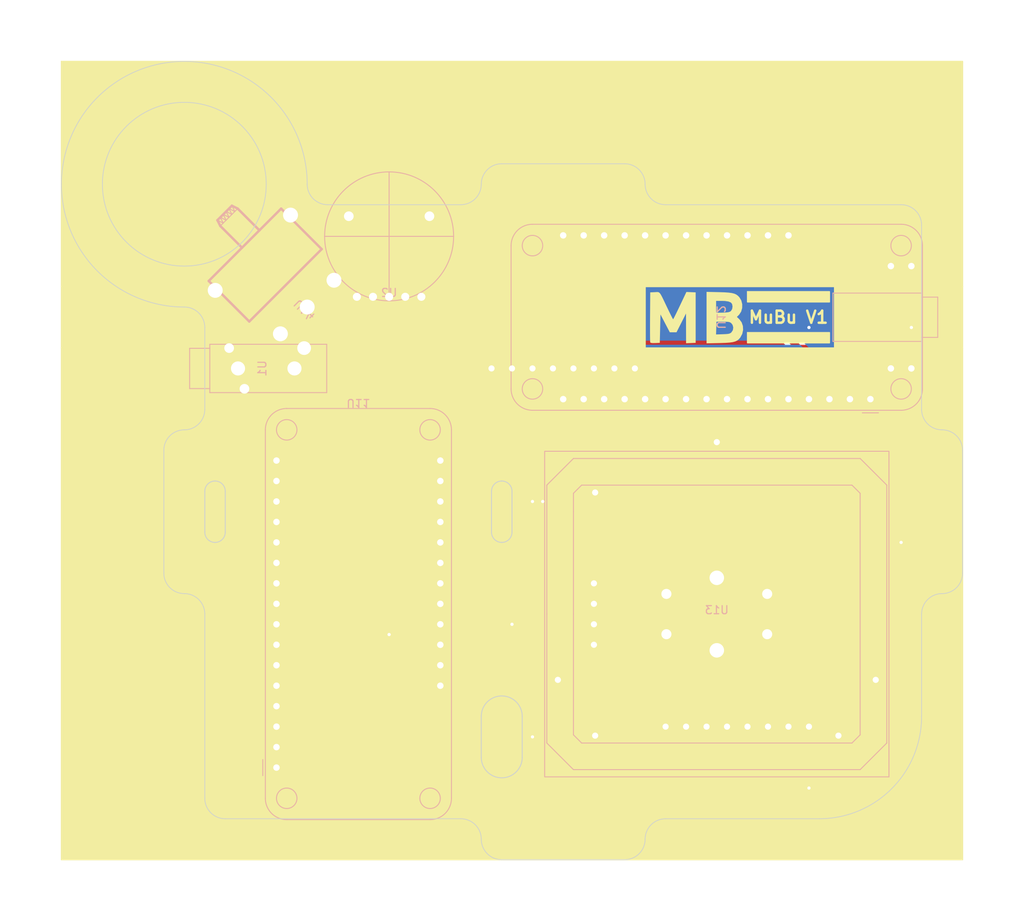
<source format=kicad_pcb>
(kicad_pcb (version 20211014) (generator pcbnew)
  (layers (0 "F.Cu" signal) (31 "B.Cu" signal) (34 "B.Paste" user) (35 "F.Paste" user) (36 "B.SilkS" user "B.Silkscreen") (37 "F.SilkS" user "F.Silkscreen") (38 "B.Mask" user) (39 "F.Mask" user) (44 "Edge.Cuts" user))
  (net 0 "")
  (net 4 "GND")
  (net 5 "3V3")
  (net 25 "SCK")
  (net 26 "MOSI")
  (net 27 "MISO")
  (net 28 "D5")
  (net 29 "D6")
  (net 30 "D9")
  (net 31 "D10")
  (net 32 "EN")
  (net 33 "A5")
  (net 34 "Net-(U11-Pad14)")
  (net 35 "Net-(U11-Pad15)")
  (net 40 "SCL")
  (net 41 "SDA")
  (net 42 "Net-(U12-Pad32)")
  (net 43 "Net-(U12-Pad29)")
  (net 44 "Net-(U5-Pad2)")
  (net 46 "/AGND")
  (net 47 "Net-(U12-Pad31)")
  (net 48 "Net-(U1-Pad3)")
  (net 49 "Net-(U1-Pad2)")
  (net 50 "Net-(U2-Pad3)")
  (net 51 "/LED_DATA")
  (footprint "MuBu_V3:Jumper" (layer "F.Cu") (at 41.91 -30.48 180)
    (fp_text reference "U5" (at 0 -0.5 180 unlocked) (layer "F.SilkS"))
    (fp_text value "Jumper")
    (pad "1" smd roundrect (at -1.27 0 180) (size 1.905 2.54) (layers "F.Cu" "F.Paste" "F.Mask") (roundrect_rratio 0.5) (chamfer_ratio 0) (chamfer top_right bottom_right) (net 43 "Net-(U12-Pad29)"))
    (pad "2" smd roundrect (at 1.27 0) (size 1.905 2.54) (layers "F.Cu" "F.Paste" "F.Mask") (roundrect_rratio 0.5) (chamfer_ratio 0) (chamfer top_right bottom_right) (net 44 "Net-(U5-Pad2)"))
    (zone (net 0) (net_name "") (layers "F.Cu" "F.CrtYd") (name "keep_out") (connect_pads (clearance 0)) (min_thickness 0.254)
      (keepout (tracks allowed) (vias not_allowed) (pads not_allowed) (copperpour not_allowed) (footprints not_allowed))
      (fill (thermal_gap 0.508) (thermal_bridge_width 0.508))
      (polygon (pts (xy 39.37 -32.385) (xy 44.45 -32.385) (xy 44.45 -28.575) (xy 39.37 -28.575)))
    )
  )
  (footprint "MuBu_V3:KabelBinderSlot" (layer "F.Cu") (at -35.56 0 90)
    (fp_text reference "REF**" (at 0 -0.5 90 unlocked) (layer "F.SilkS"))
    (fp_text value "KabelBinderSlot")
    (fp_line (start -2.54 0) (end 2.54 0) (layer "Edge.Cuts") (width 0.12))
    (fp_line (start -2.54 -2.54) (end 2.54 -2.54) (layer "Edge.Cuts") (width 0.12))
    (fp_arc (start 3.81 -1.27) (mid 3.438026 -0.371974) (end 2.54 0) (layer "Edge.Cuts") (width 0.12))
    (fp_arc (start -3.81 -1.27) (mid -3.438026 -2.168026) (end -2.54 -2.54) (layer "Edge.Cuts") (width 0.12))
    (fp_arc (start 2.54 -2.54) (mid 3.438026 -2.168026) (end 3.81 -1.27) (layer "Edge.Cuts") (width 0.12))
    (fp_arc (start -2.54 0) (mid -3.438026 -0.371974) (end -3.81 -1.27) (layer "Edge.Cuts") (width 0.12))
  )
  (footprint "MuBu_V3:Jumper" (layer "F.Cu") (at 41.91 -20.32 180)
    (fp_text reference "U6" (at 0 -0.5 180 unlocked) (layer "F.SilkS"))
    (fp_text value "Jumper")
    (pad "1" smd roundrect (at -1.27 0 180) (size 1.905 2.54) (layers "F.Cu" "F.Paste" "F.Mask") (roundrect_rratio 0.5) (chamfer_ratio 0) (chamfer top_right bottom_right) (net 47 "Net-(U12-Pad31)"))
    (pad "2" smd roundrect (at 1.27 0) (size 1.905 2.54) (layers "F.Cu" "F.Paste" "F.Mask") (roundrect_rratio 0.5) (chamfer_ratio 0) (chamfer top_right bottom_right) (net 46 "/AGND"))
    (zone (net 0) (net_name "") (layers "F.Cu" "F.CrtYd") (name "keep_out") (connect_pads (clearance 0)) (min_thickness 0.254)
      (keepout (tracks allowed) (vias not_allowed) (pads not_allowed) (copperpour not_allowed) (footprints not_allowed))
      (fill (thermal_gap 0.508) (thermal_bridge_width 0.508))
      (polygon (pts (xy 39.37 -22.225) (xy 44.45 -22.225) (xy 44.45 -18.415) (xy 39.37 -18.415)))
    )
  )
  (footprint "MuBu_V3:MPU6050" (layer "F.Cu") (at 6.35 -17.78)
    (fp_text reference "U3" (at 0 -0.5 unlocked) (layer "F.SilkS"))
    (fp_text value "MPU6050")
    (fp_line (start -10.16 1.27) (end -10.16 -13.97) (layer "F.SilkS") (width 0.12))
    (fp_line (start -10.16 -13.97) (end 10.16 -13.97) (layer "F.SilkS") (width 0.12))
    (fp_line (start 10.16 -13.97) (end 10.16 1.27) (layer "F.SilkS") (width 0.12))
    (fp_line (start 10.16 1.27) (end -10.16 1.27) (layer "F.SilkS") (width 0.12))
    (fp_circle (center 7.62 -11.43) (end 9.12 -11.43) (layer "F.SilkS") (width 0.12) (fill none))
    (fp_circle (center -7.62 -11.43) (end -6.12 -11.43) (layer "F.SilkS") (width 0.12) (fill none))
    (pad "1" thru_hole circle (at -8.89 0) (size 1.524 1.524) (drill 0.762) (layers *.Cu *.Mask) (net 5 "3V3"))
    (pad "2" thru_hole circle (at -6.35 0) (size 1.524 1.524) (drill 0.762) (layers *.Cu *.Mask) (net 4 "GND"))
    (pad "3" thru_hole circle (at -3.81 0) (size 1.524 1.524) (drill 0.762) (layers *.Cu *.Mask) (net 40 "SCL"))
    (pad "4" thru_hole circle (at -1.27 0) (size 1.524 1.524) (drill 0.762) (layers *.Cu *.Mask) (net 41 "SDA"))
    (pad "5" thru_hole circle (at 1.27 0) (size 1.524 1.524) (drill 0.762) (layers *.Cu *.Mask))
    (pad "6" thru_hole circle (at 3.81 0) (size 1.524 1.524) (drill 0.762) (layers *.Cu *.Mask))
    (pad "7" thru_hole circle (at 6.35 0) (size 1.524 1.524) (drill 0.762) (layers *.Cu *.Mask))
    (pad "8" thru_hole circle (at 8.89 0) (size 1.524 1.524) (drill 0.762) (layers *.Cu *.Mask))
  )
  (footprint "MuBu_V3:Jumper" (layer "F.Cu") (at 41.91 -25.4 180)
    (fp_text reference "U4" (at 0 -0.5 180 unlocked) (layer "F.SilkS"))
    (fp_text value "Jumper")
    (pad "1" smd roundrect (at -1.27 0 180) (size 1.905 2.54) (layers "F.Cu" "F.Paste" "F.Mask") (roundrect_rratio 0.5) (chamfer_ratio 0) (chamfer top_right bottom_right) (net 42 "Net-(U12-Pad32)"))
    (pad "2" smd roundrect (at 1.27 0) (size 1.905 2.54) (layers "F.Cu" "F.Paste" "F.Mask") (roundrect_rratio 0.5) (chamfer_ratio 0) (chamfer top_right bottom_right) (net 50 "Net-(U2-Pad3)"))
    (zone (net 0) (net_name "") (layers "F.Cu" "F.CrtYd") (name "keep_out") (connect_pads (clearance 0)) (min_thickness 0.254)
      (keepout (tracks allowed) (vias not_allowed) (pads not_allowed) (copperpour not_allowed) (footprints not_allowed))
      (fill (thermal_gap 0.508) (thermal_bridge_width 0.508))
      (polygon (pts (xy 39.37 -27.305) (xy 44.45 -27.305) (xy 44.45 -23.495) (xy 39.37 -23.495)))
    )
  )
  (footprint "MuBu_V3:BatteryKabelSlot" (layer "F.Cu") (at -1.27 27.94 90)
    (fp_text reference "REF**" (at 0 -0.5 90 unlocked) (layer "F.SilkS"))
    (fp_text value "BatteryKabelSlot")
    (fp_line (start -2.54 -2.54) (end 2.54 -2.54) (layer "F.SilkS") (width 0.12))
    (fp_line (start -2.54 2.54) (end 2.54 2.54) (layer "F.SilkS") (width 0.12))
    (fp_arc (start 2.54 -2.54) (mid 5.08 0) (end 2.54 2.54) (layer "F.SilkS") (width 0.12))
    (fp_arc (start -2.54 2.54) (mid -5.08 0) (end -2.54 -2.54) (layer "F.SilkS") (width 0.12))
    (fp_line (start -2.54 2.54) (end 2.54 2.54) (layer "Edge.Cuts") (width 0.12))
    (fp_line (start -2.54 -2.54) (end 2.54 -2.54) (layer "Edge.Cuts") (width 0.12))
    (fp_arc (start -2.54 2.54) (mid -5.08 0) (end -2.54 -2.54) (layer "Edge.Cuts") (width 0.12))
    (fp_arc (start 2.54 -2.54) (mid 5.08 0) (end 2.54 2.54) (layer "Edge.Cuts") (width 0.12))
  )
  (footprint "MuBu_V3:neopixel_ring_16" (layer "F.Cu") (at 25.4 12.7)
    (fp_text reference "U10" (at 0 -0.5 unlocked) (layer "F.SilkS"))
    (fp_text value "NeoPixel_Ring_16")
    (fp_circle (center 0 0) (end 15.875 0) (layer "F.SilkS") (width 0.12) (fill none))
    (fp_circle (center 0 0) (end 22.225 0) (layer "F.SilkS") (width 0.12) (fill none))
    (pad "1" thru_hole circle (at -15.08683 -15.08683 247.5) (size 1.524 1.524) (drill 0.762) (layers *.Cu *.Mask) (net 51 "/LED_DATA"))
    (pad "2" thru_hole circle (at 0 -21.336) (size 1.524 1.524) (drill 0.762) (layers *.Cu *.Mask))
    (pad "3" thru_hole circle (at 15.08683 15.08683 225) (size 1.524 1.524) (drill 0.762) (layers *.Cu *.Mask) (net 4 "GND"))
    (pad "3" thru_hole circle (at 19.711894 8.164934 247.5) (size 1.524 1.524) (drill 0.762) (layers *.Cu *.Mask) (net 4 "GND"))
    (pad "4" thru_hole circle (at -15.08683 15.08683 135) (size 1.524 1.524) (drill 0.762) (layers *.Cu *.Mask) (net 5 "3V3"))
    (pad "4" thru_hole circle (at -19.711894 8.164934 112.5) (size 1.524 1.524) (drill 0.762) (layers *.Cu *.Mask) (net 5 "3V3"))
  )
  (footprint "LOGO" (layer "F.Cu") (at 22.86 -24.13)
    (fp_text reference "G***" hide)
    (fp_text value "LOGO" hide)
    (fp_poly (pts (xy 2.815167 -3.117133) (xy 3.48398 -3.095832) (xy 4.009035 -3.060676) (xy 4.415748 -3.005184) (xy 4.729532 -2.922876) (xy 4.975803 -2.807271) (xy 5.179976 -2.651889) (xy 5.350418 -2.470692) (xy 5.582584 -2.076616) (xy 5.694681 -1.620213) (xy 5.687831 -1.147103) (xy 5.563159 -0.702902) (xy 5.321788 -0.333228) (xy 5.297143 -0.307914) (xy 5.031503 -0.043476) (xy 5.343289 0.253429) (xy 5.623786 0.630941) (xy 5.777886 1.083846) (xy 5.80375 1.572827) (xy 5.699541 2.058565) (xy 5.463421 2.501743) (xy 5.449275 2.520565) (xy 5.272066 2.724989) (xy 5.074708 2.882929) (xy 4.832757 3.000812) (xy 4.521768 3.085064) (xy 4.117296 3.142111) (xy 3.594898 3.178378) (xy 2.930129 3.200292) (xy 2.8575 3.201886) (xy 1.27 3.235592) (xy 1.27 2.13274) (xy 2.448766 2.13274) (xy 3.292086 2.103537) (xy 3.688449 2.085819) (xy 3.955574 2.059615) (xy 4.133555 2.016069) (xy 4.262486 1.946327) (xy 4.353703 1.869075) (xy 4.533979 1.593961) (xy 4.582667 1.269341) (xy 4.499767 0.952178) (xy 4.353696 0.755765) (xy 4.237483 0.659929) (xy 4.109134 0.599576) (xy 3.927781 0.566618) (xy 3.652559 0.552968) (xy 3.316529 0.550506) (xy 2.497667 0.550334) (xy 2.473217 1.341537) (xy 2.448766 2.13274) (xy 1.27 2.13274) (xy 1.27 -1.326444) (xy 2.455334 -1.326444) (xy 2.459239 -0.999155) (xy 2.469639 -0.743277) (xy 2.484558 -0.600733) (xy 2.490232 -0.585611) (xy 2.584562 -0.572996) (xy 2.808807 -0.568341) (xy 3.123715 -0.572029) (xy 3.315732 -0.577558) (xy 3.707887 -0.596839) (xy 3.970903 -0.627907) (xy 4.144942 -0.679163) (xy 4.270164 -0.75901) (xy 4.296834 -0.782817) (xy 4.442997 -1.022563) (xy 4.491552 -1.337269) (xy 4.43474 -1.647207) (xy 4.282149 -1.832155) (xy 3.986103 -1.956036) (xy 3.540395 -2.020751) (xy 3.179205 -2.032) (xy 2.455334 -2.032) (xy 2.455334 -1.326444) (xy 1.27 -1.326444) (xy 1.27 -3.151233)) (layer "F.SilkS") (width 0) (fill solid))
    (fp_poly (pts (xy -0.655013 -3.114808) (xy -0.079806 -3.090333) (xy -0.079806 3.175) (xy -1.27 3.224752) (xy -1.27887 -0.465666) (xy -1.867694 0.6985) (xy -2.456518 1.862667) (xy -3.289184 1.862667) (xy -4.445 -0.346651) (xy -4.487333 1.414174) (xy -4.529666 3.175) (xy -5.102329 3.200062) (xy -5.444777 3.203219) (xy -5.642984 3.173676) (xy -5.717254 3.114989) (xy -5.726391 3.007455) (xy -5.733629 2.750411) (xy -5.738843 2.363668) (xy -5.741908 1.867039) (xy -5.742699 1.280336) (xy -5.741089 0.623373) (xy -5.737258 -0.04274) (xy -5.715 -3.090333) (xy -5.14792 -3.115267) (xy -4.960081 -3.127038) (xy -4.813456 -3.132245) (xy -4.694198 -3.113838) (xy -4.588461 -3.054763) (xy -4.482397 -2.93797) (xy -4.362159 -2.746406) (xy -4.213901 -2.463021) (xy -4.023776 -2.070762) (xy -3.777937 -1.552577) (xy -3.63538 -1.252645) (xy -3.413903 -0.792125) (xy -3.21604 -0.388692) (xy -3.053501 -0.065576) (xy -2.937998 0.153996) (xy -2.881241 0.246793) (xy -2.878666 0.248345) (xy -2.831797 0.175894) (xy -2.724018 -0.028113) (xy -2.566218 -0.341874) (xy -2.369285 -0.743587) (xy -2.144107 -1.211449) (xy -2.033276 -1.444484) (xy -1.23022 -3.139282)) (layer "F.SilkS") (width 0) (fill solid))
  )
  (footprint "MuBu_V3:B3F-4050" (layer "F.Cu") (at 25.4 12.7 180)
    (fp_text reference "U15" (at -5.08 -10.16 180 unlocked) (layer "F.SilkS"))
    (fp_text value "B3F-4050")
    (fp_line (start 6 -6) (end 6 6) (layer "F.SilkS") (width 0.12))
    (fp_line (start -6 6) (end -6 -6) (layer "F.SilkS") (width 0.12))
    (fp_line (start -6 -6) (end 6 -6) (layer "F.SilkS") (width 0.12))
    (fp_line (start 6 6) (end -6 6) (layer "F.SilkS") (width 0.12))
    (fp_rect (start -2 -2) (end 2 2) (layer "F.SilkS") (width 0.12) (fill none))
    (fp_circle (center 0 0) (end 3.5 0) (layer "F.SilkS") (width 0.12) (fill none))
    (pad "" np_thru_hole circle (at 0 4.5 45) (size 1.8 1.8) (drill 1.8) (layers F&B.Cu *.Mask))
    (pad "" np_thru_hole circle (at 0 -4.5 45) (size 1.8 1.8) (drill 1.8) (layers F&B.Cu *.Mask))
    (pad "1" thru_hole circle (at 6.25 2.5 45) (size 1.8 1.8) (drill 1.25) (layers *.Cu *.Mask) (net 4 "GND"))
    (pad "2" thru_hole circle (at -6.25 2.5 45) (size 1.8 1.8) (drill 1.25) (layers *.Cu *.Mask))
    (pad "3" thru_hole circle (at 6.25 -2.5 45) (size 1.8 1.8) (drill 1.25) (layers *.Cu *.Mask) (net 33 "A5"))
    (pad "4" thru_hole circle (at -6.25 -2.5 45) (size 1.8 1.8) (drill 1.25) (layers *.Cu *.Mask))
  )
  (footprint "MuBu_V3:KabelBinderSlot" (layer "F.Cu") (at -2.54 0 -90)
    (fp_text reference "REF**" (at 0 -0.5 -90 unlocked) (layer "F.SilkS"))
    (fp_text value "KabelBinderSlot")
    (fp_line (start -2.54 -2.54) (end 2.54 -2.54) (layer "Edge.Cuts") (width 0.12))
    (fp_line (start -2.54 0) (end 2.54 0) (layer "Edge.Cuts") (width 0.12))
    (fp_arc (start -2.54 0) (mid -3.438026 -0.371974) (end -3.81 -1.27) (layer "Edge.Cuts") (width 0.12))
    (fp_arc (start 2.54 -2.54) (mid 3.438026 -2.168026) (end 3.81 -1.27) (layer "Edge.Cuts") (width 0.12))
    (fp_arc (start -3.81 -1.27) (mid -3.438026 -2.168026) (end -2.54 -2.54) (layer "Edge.Cuts") (width 0.12))
    (fp_arc (start 3.81 -1.27) (mid 3.438026 -0.371974) (end 2.54 0) (layer "Edge.Cuts") (width 0.12))
  )
  (footprint "MuBu_V3:SS_13PLP" (layer "B.Cu") (at -25.4 -25.4 -45)
    (fp_text reference "U14" (at 0 0.499999 135 unlocked) (layer "B.SilkS") (effects (justify mirror)))
    (fp_text value "SS_13PLP")
    (fp_line (start -15.494 -0.762) (end -14.732 -1.016) (layer "B.SilkS") (width 0.12))
    (fp_line (start -10.922 0.508) (end -14.732 0.508) (layer "B.SilkS") (width 0.3))
    (fp_line (start -14.732 -2.032) (end -15.494 -2.286) (layer "B.SilkS") (width 0.12))
    (fp_line (start -3.81 6.35) (end -3.81 -6.35) (layer "B.SilkS") (width 0.3))
    (fp_line (start -14.732 -1.016) (end -15.494 -1.27) (layer "B.SilkS") (width 0.12))
    (fp_line (start -14.732 -2.54) (end -10.922 -2.54) (layer "B.SilkS") (width 0.3))
    (fp_line (start -15.494 -1.27) (end -14.732 -1.524) (layer "B.SilkS") (width 0.12))
    (fp_line (start -14.732 -0.508) (end -15.494 -0.762) (layer "B.SilkS") (width 0.12))
    (fp_line (start -10.922 6.35) (end -3.81 6.35) (layer "B.SilkS") (width 0.3))
    (fp_line (start -14.732 -1.524) (end -15.494 -1.778) (layer "B.SilkS") (width 0.12))
    (fp_line (start -15.494 0.254) (end -15.494 -2.286) (layer "B.SilkS") (width 0.3))
    (fp_line (start -14.732 0) (end -15.494 -0.254) (layer "B.SilkS") (width 0.12))
    (fp_line (start -14.732 -2.54) (end -14.732 0.508) (layer "B.SilkS") (width 0.12))
    (fp_line (start -15.494 -1.778) (end -14.732 -2.032) (layer "B.SilkS") (width 0.12))
    (fp_line (start -15.494 -2.286) (end -14.732 -2.54) (layer "B.SilkS") (width 0.3))
    (fp_line (start -3.81 -6.35) (end -10.922 -6.35) (layer "B.SilkS") (width 0.3))
    (fp_line (start -15.494 0.254) (end -14.732 0.508) (layer "B.SilkS") (width 0.3))
    (fp_line (start -10.922 -6.35) (end -10.922 6.35) (layer "B.SilkS") (width 0.3))
    (fp_line (start -15.494 -0.254) (end -14.732 -0.508) (layer "B.SilkS") (width 0.12))
    (fp_line (start -14.732 0) (end -15.494 0.254) (layer "B.SilkS") (width 0.12))
    (pad "" np_thru_hole circle (at -9.53 6.605 315) (size 3 3) (drill 1.85) (layers F&B.Cu *.Mask))
    (pad "" np_thru_hole circle (at -9.53 -6.605 315) (size 3 3) (drill 1.85) (layers F&B.Cu *.Mask))
    (pad "1" thru_hole circle (at 0 4.7 315) (size 3 3) (drill 1.85) (layers *.Cu *.Mask) (net 32 "EN"))
    (pad "2" thru_hole circle (at 0 0 315) (size 3 3) (drill 1.85) (layers *.Cu *.Mask) (net 4 "GND"))
    (pad "3" thru_hole circle (at 0 -4.7 315) (size 3 3) (drill 1.85) (layers *.Cu *.Mask))
  )
  (footprint "MuBu_V3:thumb_potentiometer" (layer "B.Cu") (at -15.24 -26.67 180)
    (fp_text reference "U2" (at 0 0.5 unlocked) (layer "B.SilkS") (effects (justify mirror)))
    (fp_text value "thumb_potentiometer")
    (fp_line (start 0 7.5) (end -8 7.5) (layer "B.SilkS") (width 0.12))
    (fp_line (start 0 7.5) (end 8 7.5) (layer "B.SilkS") (width 0.12))
    (fp_line (start 0 7.5) (end 0 -0.5) (layer "B.SilkS") (width 0.12))
    (fp_line (start 0 7.5) (end 0 15.5) (layer "B.SilkS") (width 0.12))
    (fp_circle (center 0 7.5) (end 8 7.5) (layer "B.SilkS") (width 0.12) (fill none))
    (pad "" np_thru_hole circle (at 5 10 180) (size 2 2) (drill 1.2) (layers F&B.Cu *.Mask))
    (pad "" np_thru_hole circle (at -5 10 180) (size 2 2) (drill 1.2) (layers F&B.Cu *.Mask))
    (pad "1" thru_hole circle (at -4 0 180) (size 1.75 1.75) (drill 1) (layers *.Cu *.Mask) (net 46 "/AGND"))
    (pad "2" thru_hole circle (at -2 0 180) (size 1.75 1.75) (drill 1) (layers *.Cu *.Mask) (net 48 "Net-(U1-Pad3)"))
    (pad "3" thru_hole circle (at 0 0 180) (size 1.75 1.75) (drill 1) (layers *.Cu *.Mask) (net 50 "Net-(U2-Pad3)"))
    (pad "4" thru_hole circle (at 2 0 180) (size 1.75 1.75) (drill 1) (layers *.Cu *.Mask) (net 49 "Net-(U1-Pad2)"))
    (pad "5" thru_hole circle (at 4 0 180) (size 1.75 1.75) (drill 1) (layers *.Cu *.Mask) (net 44 "Net-(U5-Pad2)"))
  )
  (footprint "MuBu_V3:M0_Basic_Feather" (layer "B.Cu") (at -19.05 12.7)
    (fp_text reference "U11" (at 0 -26.17 180 unlocked) (layer "B.SilkS") (effects (justify mirror)))
    (fp_text value "M0_Basic_Feather")
    (fp_line (start -11.86 18.05) (end -11.86 20.05) (layer "B.SilkS") (width 0.12))
    (fp_line (start 8.89 25.51) (end -8.89 25.51) (layer "B.SilkS") (width 0.12))
    (fp_line (start 11.54 22.86) (end 11.54 -22.86) (layer "B.SilkS") (width 0.12))
    (fp_line (start -11.54 22.86) (end -11.54 -22.86) (layer "B.SilkS") (width 0.12))
    (fp_line (start 8.89 -25.51) (end -8.89 -25.51) (layer "B.SilkS") (width 0.12))
    (fp_arc (start 8.89 -25.51) (mid 10.763833 -24.733833) (end 11.54 -22.86) (layer "B.SilkS") (width 0.12))
    (fp_arc (start -11.54 -22.86) (mid -10.763833 -24.733833) (end -8.89 -25.51) (layer "B.SilkS") (width 0.12))
    (fp_arc (start 11.54 22.86) (mid 10.763833 24.733833) (end 8.89 25.51) (layer "B.SilkS") (width 0.12))
    (fp_arc (start -8.89 25.51) (mid -10.763833 24.733833) (end -11.54 22.86) (layer "B.SilkS") (width 0.12))
    (fp_circle (center -8.89 -22.86) (end -7.62 -22.86) (layer "B.SilkS") (width 0.12) (fill none))
    (fp_circle (center 8.89 -22.86) (end 10.16 -22.86) (layer "B.SilkS") (width 0.12) (fill none))
    (fp_circle (center 8.89 22.86) (end 10.16 22.86) (layer "B.SilkS") (width 0.12) (fill none))
    (fp_circle (center -8.89 22.86) (end -7.62 22.86) (layer "B.SilkS") (width 0.12) (fill none))
    (pad "1" thru_hole rect (at -10.16 19.05 180) (size 1.6 1.6) (drill 0.8) (layers *.Cu *.Mask))
    (pad "2" thru_hole circle (at -10.16 16.51 180) (size 1.6 1.6) (drill 0.8) (layers *.Cu *.Mask) (net 5 "3V3"))
    (pad "3" thru_hole circle (at -10.16 13.97 180) (size 1.6 1.6) (drill 0.8) (layers *.Cu *.Mask))
    (pad "4" thru_hole circle (at -10.16 11.43 180) (size 1.6 1.6) (drill 0.8) (layers *.Cu *.Mask) (net 4 "GND"))
    (pad "5" thru_hole circle (at -10.16 8.89 180) (size 1.6 1.6) (drill 0.8) (layers *.Cu *.Mask))
    (pad "6" thru_hole circle (at -10.16 6.35 180) (size 1.6 1.6) (drill 0.8) (layers *.Cu *.Mask))
    (pad "7" thru_hole circle (at -10.16 3.81 180) (size 1.6 1.6) (drill 0.8) (layers *.Cu *.Mask))
    (pad "8" thru_hole circle (at -10.16 1.27 180) (size 1.6 1.6) (drill 0.8) (layers *.Cu *.Mask))
    (pad "9" thru_hole circle (at -10.16 -1.27 180) (size 1.6 1.6) (drill 0.8) (layers *.Cu *.Mask))
    (pad "10" thru_hole circle (at -10.16 -3.81 180) (size 1.6 1.6) (drill 0.8) (layers *.Cu *.Mask) (net 33 "A5"))
    (pad "11" thru_hole circle (at -10.16 -6.35 180) (size 1.6 1.6) (drill 0.8) (layers *.Cu *.Mask) (net 25 "SCK"))
    (pad "12" thru_hole circle (at -10.16 -8.89 180) (size 1.6 1.6) (drill 0.8) (layers *.Cu *.Mask) (net 26 "MOSI"))
    (pad "13" thru_hole circle (at -10.16 -11.43 180) (size 1.6 1.6) (drill 0.8) (layers *.Cu *.Mask) (net 27 "MISO"))
    (pad "14" thru_hole circle (at -10.16 -13.97 180) (size 1.6 1.6) (drill 0.8) (layers *.Cu *.Mask) (net 34 "Net-(U11-Pad14)"))
    (pad "15" thru_hole circle (at -10.16 -16.51 180) (size 1.6 1.6) (drill 0.8) (layers *.Cu *.Mask) (net 35 "Net-(U11-Pad15)"))
    (pad "16" thru_hole circle (at -10.16 -19.05 180) (size 1.6 1.6) (drill 0.8) (layers *.Cu *.Mask) (net 4 "GND"))
    (pad "17" thru_hole circle (at 10.16 -19.05 180) (size 1.6 1.6) (drill 0.8) (layers *.Cu *.Mask) (net 41 "SDA"))
    (pad "18" thru_hole circle (at 10.16 -16.51 180) (size 1.6 1.6) (drill 0.8) (layers *.Cu *.Mask) (net 40 "SCL"))
    (pad "19" thru_hole circle (at 10.16 -13.97 180) (size 1.6 1.6) (drill 0.8) (layers *.Cu *.Mask) (net 28 "D5"))
    (pad "20" thru_hole circle (at 10.16 -11.43 180) (size 1.6 1.6) (drill 0.8) (layers *.Cu *.Mask) (net 29 "D6"))
    (pad "21" thru_hole circle (at 10.16 -8.89 180) (size 1.6 1.6) (drill 0.8) (layers *.Cu *.Mask) (net 30 "D9"))
    (pad "22" thru_hole circle (at 10.16 -6.35 180) (size 1.6 1.6) (drill 0.8) (layers *.Cu *.Mask) (net 31 "D10"))
    (pad "23" thru_hole circle (at 10.16 -3.81 180) (size 1.6 1.6) (drill 0.8) (layers *.Cu *.Mask) (net 51 "/LED_DATA"))
    (pad "24" thru_hole circle (at 10.16 -1.27 180) (size 1.6 1.6) (drill 0.8) (layers *.Cu *.Mask))
    (pad "25" thru_hole circle (at 10.16 1.27 180) (size 1.6 1.6) (drill 0.8) (layers *.Cu *.Mask))
    (pad "26" thru_hole circle (at 10.16 3.81 180) (size 1.6 1.6) (drill 0.8) (layers *.Cu *.Mask))
    (pad "27" thru_hole circle (at 10.16 6.35 180) (size 1.6 1.6) (drill 0.8) (layers *.Cu *.Mask) (net 32 "EN"))
    (pad "28" thru_hole circle (at 10.16 8.89 180) (size 1.6 1.6) (drill 0.8) (layers *.Cu *.Mask))
  )
  (footprint "MuBu_V3:STX-3501" (layer "B.Cu") (at -30.48 -17.78 -90)
    (fp_text reference "U1" (at 0 0.5 90 unlocked) (layer "B.SilkS") (effects (justify mirror)))
    (fp_text value "TRS_Jack")
    (fp_line (start 3 -7.5) (end 3 7) (layer "B.SilkS") (width 0.12))
    (fp_line (start 2.5 9.5) (end 2.5 7) (layer "B.SilkS") (width 0.12))
    (fp_line (start 3 7) (end -3 7) (layer "B.SilkS") (width 0.12))
    (fp_line (start -2.5 7) (end -2.5 9.5) (layer "B.SilkS") (width 0.12))
    (fp_line (start -3 7) (end -3 -7.5) (layer "B.SilkS") (width 0.12))
    (fp_line (start -3 -7.5) (end 3 -7.5) (layer "B.SilkS") (width 0.12))
    (fp_line (start -2.5 9.5) (end 2.5 9.5) (layer "B.SilkS") (width 0.12))
    (pad "" np_thru_hole circle (at 0 -3.5 270) (size 1.75 1.75) (drill 1.75) (layers F&B.Cu *.Mask))
    (pad "" np_thru_hole circle (at 0 3.5 270) (size 1.75 1.75) (drill 1.75) (layers F&B.Cu *.Mask))
    (pad "1" thru_hole circle (at -2.525 4.6 270) (size 2 2) (drill 1.2) (layers *.Cu *.Mask) (net 46 "/AGND"))
    (pad "2" thru_hole circle (at -2.525 -4.7 270) (size 2.2 2.2) (drill 1.7) (layers *.Cu *.Mask) (net 49 "Net-(U1-Pad2)"))
    (pad "3" thru_hole circle (at 2.525 2.7 270) (size 2 2) (drill 1.2) (layers *.Cu *.Mask) (net 48 "Net-(U1-Pad3)"))
  )
  (footprint "MuBu_V3:PN532-MOD" (layer "B.Cu") (at 25.4 12.7 180)
    (fp_text reference "U13" (at 0 0.5 unlocked) (layer "B.SilkS") (effects (justify mirror)))
    (fp_text value "pn532-mod")
    (fp_line (start -17.78 -14.986) (end -16.764 -16.002) (layer "B.SilkS") (width 0.12))
    (fp_line (start 21.082 -16.002) (end 21.082 0) (layer "B.SilkS") (width 0.12))
    (fp_line (start -17.78 14.986) (end -17.78 -14.986) (layer "B.SilkS") (width 0.12))
    (fp_line (start 17.78 -19.304) (end 21.082 -16.002) (layer "B.SilkS") (width 0.12))
    (fp_line (start 17.78 -14.986) (end 17.78 0) (layer "B.SilkS") (width 0.12))
    (fp_line (start -16.764 16.002) (end -17.78 14.986) (layer "B.SilkS") (width 0.12))
    (fp_line (start 16.764 16.002) (end -16.764 16.002) (layer "B.SilkS") (width 0.12))
    (fp_line (start -17.78 -19.304) (end 17.78 -19.304) (layer "B.SilkS") (width 0.12))
    (fp_line (start 17.272 15.494) (end 16.764 16.002) (layer "B.SilkS") (width 0.12))
    (fp_line (start -17.78 19.304) (end -21.082 16.002) (layer "B.SilkS") (width 0.12))
    (fp_line (start 17.272 15.494) (end 17.78 14.986) (layer "B.SilkS") (width 0.12))
    (fp_line (start 21.082 16.002) (end 17.78 19.304) (layer "B.SilkS") (width 0.12))
    (fp_line (start 21.082 0) (end 21.082 16.002) (layer "B.SilkS") (width 0.12))
    (fp_line (start 17.78 19.304) (end -17.78 19.304) (layer "B.SilkS") (width 0.12))
    (fp_line (start 17.78 14.986) (end 17.78 12.7) (layer "B.SilkS") (width 0.12))
    (fp_line (start -21.082 -16.002) (end -17.78 -19.304) (layer "B.SilkS") (width 0.12))
    (fp_line (start 16.764 -16.002) (end 17.78 -14.986) (layer "B.SilkS") (width 0.12))
    (fp_line (start -21.082 16.002) (end -21.082 -16.002) (layer "B.SilkS") (width 0.12))
    (fp_line (start -16.764 -16.002) (end 16.764 -16.002) (layer "B.SilkS") (width 0.12))
    (fp_line (start 17.78 0) (end 17.78 12.7) (layer "B.SilkS") (width 0.12))
    (fp_rect (start -21.35 -20.2) (end 21.35 20.2) (layer "B.SilkS") (width 0.12) (fill none))
    (pad "1" thru_hole circle (at -11.43 -13.97 180) (size 1.524 1.524) (drill 0.762) (layers *.Cu *.Mask) (net 35 "Net-(U11-Pad15)"))
    (pad "2" thru_hole circle (at -8.89 -13.97 180) (size 1.524 1.524) (drill 0.762) (layers *.Cu *.Mask) (net 34 "Net-(U11-Pad14)"))
    (pad "3" thru_hole circle (at -6.35 -13.97 180) (size 1.524 1.524) (drill 0.762) (layers *.Cu *.Mask))
    (pad "4" thru_hole circle (at -3.81 -13.97 180) (size 1.524 1.524) (drill 0.762) (layers *.Cu *.Mask))
    (pad "5" thru_hole circle (at -1.27 -13.97 180) (size 1.524 1.524) (drill 0.762) (layers *.Cu *.Mask))
    (pad "6" thru_hole circle (at 1.27 -13.97 180) (size 1.524 1.524) (drill 0.762) (layers *.Cu *.Mask))
    (pad "7" thru_hole circle (at 3.81 -13.97 180) (size 1.524 1.524) (drill 0.762) (layers *.Cu *.Mask))
    (pad "8" thru_hole circle (at 6.35 -13.97 180) (size 1.524 1.524) (drill 0.762) (layers *.Cu *.Mask))
    (pad "9" thru_hole circle (at 15.24 -3.81 180) (size 1.524 1.524) (drill 0.762) (layers *.Cu *.Mask) (net 4 "GND"))
    (pad "10" thru_hole circle (at 15.24 -1.27 180) (size 1.524 1.524) (drill 0.762) (layers *.Cu *.Mask) (net 5 "3V3"))
    (pad "11" thru_hole circle (at 15.24 1.27 180) (size 1.524 1.524) (drill 0.762) (layers *.Cu *.Mask) (net 41 "SDA"))
    (pad "12" thru_hole circle (at 15.24 3.81 180) (size 1.524 1.524) (drill 0.762) (layers *.Cu *.Mask) (net 40 "SCL"))
  )
  (footprint "MuBu_V3:Music_Feather" (layer "B.Cu") (at 25.4 -24.13 90)
    (fp_text reference "U12" (at 0 0.5 270 unlocked) (layer "B.SilkS") (effects (justify mirror)))
    (fp_text value "Music_Feather")
    (fp_line (start 11.54 22.86) (end 11.54 -22.86) (layer "B.SilkS") (width 0.12))
    (fp_line (start -11.54 22.86) (end -11.54 -22.86) (layer "B.SilkS") (width 0.12))
    (fp_line (start -2.5 27.4) (end 2.5 27.4) (layer "B.SilkS") (width 0.12))
    (fp_line (start 3 14.4) (end -3 14.4) (layer "B.SilkS") (width 0.12))
    (fp_line (start 8.89 25.51) (end -8.89 25.51) (layer "B.SilkS") (width 0.12))
    (fp_line (start 3 25.4) (end 3 14.4) (layer "B.SilkS") (width 0.12))
    (fp_line (start 8.89 -25.51) (end -8.89 -25.51) (layer "B.SilkS") (width 0.12))
    (fp_line (start -2.5 25.4) (end -2.5 27.4) (layer "B.SilkS") (width 0.12))
    (fp_line (start -3 14.4) (end -3 25.4) (layer "B.SilkS") (width 0.12))
    (fp_line (start -11.86 18.05) (end -11.86 20.05) (layer "B.SilkS") (width 0.12))
    (fp_line (start 2.5 27.4) (end 2.5 25.4) (layer "B.SilkS") (width 0.12))
    (fp_arc (start 11.54 22.86) (mid 10.763833 24.733833) (end 8.89 25.51) (layer "B.SilkS") (width 0.12))
    (fp_arc (start 8.89 -25.51) (mid 10.763833 -24.733833) (end 11.54 -22.86) (layer "B.SilkS") (width 0.12))
    (fp_arc (start -8.89 25.51) (mid -10.763833 24.733833) (end -11.54 22.86) (layer "B.SilkS") (width 0.12))
    (fp_arc (start -11.54 -22.86) (mid -10.763833 -24.733833) (end -8.89 -25.51) (layer "B.SilkS") (width 0.12))
    (fp_circle (center 8.89 -22.86) (end 10.16 -22.86) (layer "B.SilkS") (width 0.12) (fill none))
    (fp_circle (center -8.89 -22.86) (end -7.62 -22.86) (layer "B.SilkS") (width 0.12) (fill none))
    (fp_circle (center -8.89 22.86) (end -7.62 22.86) (layer "B.SilkS") (width 0.12) (fill none))
    (fp_circle (center 8.89 22.86) (end 10.16 22.86) (layer "B.SilkS") (width 0.12) (fill none))
    (pad "1" thru_hole rect (at -10.16 19.05 270) (size 1.6 1.6) (drill 0.8) (layers *.Cu *.Mask))
    (pad "2" thru_hole circle (at -10.16 16.51 270) (size 1.6 1.6) (drill 0.8) (layers *.Cu *.Mask) (net 5 "3V3"))
    (pad "3" thru_hole circle (at -10.16 13.97 270) (size 1.6 1.6) (drill 0.8) (layers *.Cu *.Mask))
    (pad "4" thru_hole circle (at -10.16 11.43 270) (size 1.6 1.6) (drill 0.8) (layers *.Cu *.Mask) (net 4 "GND"))
    (pad "5" thru_hole circle (at -10.16 8.89 270) (size 1.6 1.6) (drill 0.8) (layers *.Cu *.Mask))
    (pad "6" thru_hole circle (at -10.16 6.35 270) (size 1.6 1.6) (drill 0.8) (layers *.Cu *.Mask))
    (pad "7" thru_hole circle (at -10.16 3.81 270) (size 1.6 1.6) (drill 0.8) (layers *.Cu *.Mask))
    (pad "8" thru_hole circle (at -10.16 1.27 270) (size 1.6 1.6) (drill 0.8) (layers *.Cu *.Mask))
    (pad "9" thru_hole circle (at -10.16 -1.27 270) (size 1.6 1.6) (drill 0.8) (layers *.Cu *.Mask))
    (pad "10" thru_hole circle (at -10.16 -3.81 270) (size 1.6 1.6) (drill 0.8) (layers *.Cu *.Mask))
    (pad "11" thru_hole circle (at -10.16 -6.35 270) (size 1.6 1.6) (drill 0.8) (layers *.Cu *.Mask) (net 25 "SCK"))
    (pad "12" thru_hole circle (at -10.16 -8.89 270) (size 1.6 1.6) (drill 0.8) (layers *.Cu *.Mask) (net 26 "MOSI"))
    (pad "13" thru_hole circle (at -10.16 -11.43 270) (size 1.6 1.6) (drill 0.8) (layers *.Cu *.Mask) (net 27 "MISO"))
    (pad "14" thru_hole circle (at -10.16 -13.97 270) (size 1.6 1.6) (drill 0.8) (layers *.Cu *.Mask))
    (pad "15" thru_hole circle (at -10.16 -16.51 270) (size 1.6 1.6) (drill 0.8) (layers *.Cu *.Mask))
    (pad "16" thru_hole circle (at -10.16 -19.05 270) (size 1.6 1.6) (drill 0.8) (layers *.Cu *.Mask) (net 4 "GND"))
    (pad "17" thru_hole circle (at 10.16 -19.05 270) (size 1.6 1.6) (drill 0.8) (layers *.Cu *.Mask))
    (pad "18" thru_hole circle (at 10.16 -16.51 270) (size 1.6 1.6) (drill 0.8) (layers *.Cu *.Mask))
    (pad "19" thru_hole circle (at 10.16 -13.97 270) (size 1.6 1.6) (drill 0.8) (layers *.Cu *.Mask) (net 28 "D5"))
    (pad "20" thru_hole circle (at 10.16 -11.43 270) (size 1.6 1.6) (drill 0.8) (layers *.Cu *.Mask) (net 29 "D6"))
    (pad "21" thru_hole circle (at 10.16 -8.89 270) (size 1.6 1.6) (drill 0.8) (layers *.Cu *.Mask) (net 30 "D9"))
    (pad "22" thru_hole circle (at 10.16 -6.35 270) (size 1.6 1.6) (drill 0.8) (layers *.Cu *.Mask) (net 31 "D10"))
    (pad "23" thru_hole circle (at 10.16 -3.81 270) (size 1.6 1.6) (drill 0.8) (layers *.Cu *.Mask))
    (pad "24" thru_hole circle (at 10.16 -1.27 270) (size 1.6 1.6) (drill 0.8) (layers *.Cu *.Mask))
    (pad "25" thru_hole circle (at 10.16 1.27 270) (size 1.6 1.6) (drill 0.8) (layers *.Cu *.Mask))
    (pad "26" thru_hole circle (at 10.16 3.81 270) (size 1.6 1.6) (drill 0.8) (layers *.Cu *.Mask))
    (pad "27" thru_hole circle (at 10.16 6.35 270) (size 1.6 1.6) (drill 0.8) (layers *.Cu *.Mask))
    (pad "28" thru_hole circle (at 10.16 8.89 270) (size 1.6 1.6) (drill 0.8) (layers *.Cu *.Mask))
    (pad "29" thru_hole circle (at 6.35 21.59 270) (size 1.6 1.6) (drill 0.8) (layers *.Cu *.Mask) (net 43 "Net-(U12-Pad29)"))
    (pad "30" thru_hole circle (at 6.35 24.13 270) (size 1.6 1.6) (drill 0.8) (layers *.Cu *.Mask))
    (pad "31" thru_hole circle (at -6.35 24.13 270) (size 1.6 1.6) (drill 0.8) (layers *.Cu *.Mask) (net 47 "Net-(U12-Pad31)"))
    (pad "32" thru_hole circle (at -6.35 21.59 270) (size 1.6 1.6) (drill 0.8) (layers *.Cu *.Mask) (net 42 "Net-(U12-Pad32)"))
  )
  (gr_rect (start -55.88 -27.94) (end 16.51 -20.32) (layer "F.SilkS") (width 0.15) (fill solid))
  (gr_rect (start -34.29 -10.16) (end -3.81 25.4) (layer "F.SilkS") (width 0.15) (fill none))
  (gr_rect (start -55.88 -55.88) (end 55.88 -27.94) (layer "F.SilkS") (width 0.15) (fill solid))
  (gr_rect (start -55.88 -20.32) (end 55.88 43.18) (layer "F.SilkS") (width 0.15) (fill solid))
  (gr_rect (start 29.21 -22.225) (end 39.37 -20.955) (layer "F.SilkS") (width 0.15) (fill solid))
  (gr_rect (start 39.37 -27.305) (end 29.21 -26.035) (layer "F.SilkS") (width 0.15) (fill solid))
  (gr_rect (start 40.005 -27.94) (end 55.88 -20.32) (layer "F.SilkS") (width 0.15) (fill solid))
  (gr_line (start -1.27 -43.18) (end 13.97 -43.18) (layer "Edge.Cuts") (width 0.1))
  (gr_arc (start 53.34 -10.16) (mid 55.136021 -9.416039) (end 55.88 -7.62) (layer "Edge.Cuts") (width 0.1))
  (gr_line (start 55.88 -7.62) (end 55.88 7.62) (layer "Edge.Cuts") (width 0.1))
  (gr_arc (start -3.81 -40.64) (mid -3.066051 -42.436051) (end -1.27 -43.18) (layer "Edge.Cuts") (width 0.1))
  (gr_circle (center -40.64 -40.64) (end -40.64 -30.48) (layer "Edge.Cuts") (width 0.1) (fill none))
  (gr_line (start -6.35 -38.1) (end -22.86 -38.1) (layer "Edge.Cuts") (width 0.1))
  (gr_arc (start 19.05 -38.1) (mid 17.253949 -38.843949) (end 16.51 -40.64) (layer "Edge.Cuts") (width 0.1))
  (gr_arc (start -40.64 -25.4) (mid -38.843949 -24.656051) (end -38.1 -22.86) (layer "Edge.Cuts") (width 0.1))
  (gr_line (start 13.97 43.18) (end -1.27 43.18) (layer "Edge.Cuts") (width 0.1))
  (gr_arc (start -43.18 -7.62) (mid -42.436051 -9.416051) (end -40.64 -10.16) (layer "Edge.Cuts") (width 0.1))
  (gr_arc (start -40.64 10.16) (mid -38.843949 10.903949) (end -38.1 12.7) (layer "Edge.Cuts") (width 0.1))
  (gr_line (start 50.8 25.4) (end 50.8 12.7) (layer "Edge.Cuts") (width 0.1))
  (gr_arc (start -40.64 -25.4) (mid -51.416307 -51.416307) (end -25.4 -40.64) (layer "Edge.Cuts") (width 0.1))
  (gr_arc (start 50.8 12.7) (mid 51.543949 10.903949) (end 53.34 10.16) (layer "Edge.Cuts") (width 0.1))
  (gr_arc (start -38.1 -12.7) (mid -38.843949 -10.903949) (end -40.64 -10.16) (layer "Edge.Cuts") (width 0.1))
  (gr_line (start -35.56 38.1) (end -6.35 38.1) (layer "Edge.Cuts") (width 0.1))
  (gr_line (start -38.1 12.7) (end -38.1 35.56) (layer "Edge.Cuts") (width 0.1))
  (gr_line (start 19.05 38.1) (end 38.1 38.1) (layer "Edge.Cuts") (width 0.1))
  (gr_arc (start 16.51 40.64) (mid 15.766051 42.436051) (end 13.97 43.18) (layer "Edge.Cuts") (width 0.1))
  (gr_line (start -38.1 -22.86) (end -38.1 -12.7) (layer "Edge.Cuts") (width 0.1))
  (gr_arc (start 50.8 25.4) (mid 47.080256 34.380256) (end 38.1 38.1) (layer "Edge.Cuts") (width 0.1))
  (gr_line (start 50.8 -12.7) (end 50.8 -35.56) (layer "Edge.Cuts") (width 0.1))
  (gr_arc (start -6.35 38.1) (mid -4.553949 38.843949) (end -3.81 40.64) (layer "Edge.Cuts") (width 0.1))
  (gr_arc (start 53.34 -10.16) (mid 51.543919 -10.903936) (end 50.8 -12.7) (layer "Edge.Cuts") (width 0.1))
  (gr_line (start 19.05 -38.1) (end 48.26 -38.1) (layer "Edge.Cuts") (width 0.1))
  (gr_arc (start -35.56 38.1) (mid -37.356051 37.356051) (end -38.1 35.56) (layer "Edge.Cuts") (width 0.1))
  (gr_arc (start -22.86 -38.1) (mid -24.656051 -38.843949) (end -25.4 -40.64) (layer "Edge.Cuts") (width 0.1))
  (gr_arc (start 48.26 -38.1) (mid 50.056021 -37.356039) (end 50.8 -35.56) (layer "Edge.Cuts") (width 0.1))
  (gr_arc (start -40.64 10.16) (mid -42.436051 9.416051) (end -43.18 7.62) (layer "Edge.Cuts") (width 0.1))
  (gr_arc (start -1.27 43.18) (mid -3.066051 42.436051) (end -3.81 40.64) (layer "Edge.Cuts") (width 0.1))
  (gr_arc (start 16.51 40.64) (mid 17.253949 38.843949) (end 19.05 38.1) (layer "Edge.Cuts") (width 0.1))
  (gr_arc (start 13.97 -43.18) (mid 15.766051 -42.436051) (end 16.51 -40.64) (layer "Edge.Cuts") (width 0.1))
  (gr_line (start -43.18 7.62) (end -43.18 -7.62) (layer "Edge.Cuts") (width 0.1))
  (gr_arc (start -3.81 -40.64) (mid -4.553949 -38.843949) (end -6.35 -38.1) (layer "Edge.Cuts") (width 0.1))
  (gr_arc (start 55.88 7.62) (mid 55.136051 9.416051) (end 53.34 10.16) (layer "Edge.Cuts") (width 0.1))
  (gr_text "MuBu V1" (at 34.29 -24.13) (layer "F.SilkS") (effects (font (size 1.5 1.5) (thickness 0.3))))
  (segment (start 19.15 6.25) (end 21.59 3.81) (width 0.8) (layer "F.Cu") (net 4))
  (segment (start 45.111894 20.864934) (end 48.196828 17.78) (width 0.8) (layer "F.Cu") (net 4))
  (segment (start 48.196828 17.78) (end 48.26 17.78) (width 0.8) (layer "F.Cu") (net 4))
  (segment (start 12.84 16.51) (end 19.15 10.2) (width 0.8) (layer "F.Cu") (net 4))
  (segment (start 19.15 10.2) (end 19.15 6.25) (width 0.8) (layer "F.Cu") (net 4))
  (segment (start 21.59 3.81) (end 48.26 3.81) (width 0.8) (layer "F.Cu") (net 4))
  (segment (start 10.16 16.51) (end 12.84 16.51) (width 0.8) (layer "F.Cu") (net 4))
  (segment (start 48.26 17.78) (end 48.26 3.81) (width 0.8) (layer "F.Cu") (net 4))
  (via (at 2.54 27.94) (size 0.8) (drill 0.4) (layers "F.Cu" "B.Cu") (net 4))
  (via (at 36.83 34.29) (size 0.8) (drill 0.4) (layers "F.Cu" "B.Cu") (net 4))
  (via (at 36.83 -22.86) (size 0.8) (drill 0.4) (layers "F.Cu" "B.Cu") (net 4))
  (via (at 48.26 3.81) (size 0.8) (drill 0.4) (layers "F.Cu" "B.Cu") (net 4))
  (via (at 49.53 -22.86) (size 0.8) (drill 0.4) (layers "F.Cu" "B.Cu") (net 4))
  (via (at 0 13.97) (size 0.8) (drill 0.4) (layers "F.Cu" "B.Cu") (net 4))
  (segment (start 40.64 25.336828) (end 40.64 25.4) (width 0.8) (layer "B.Cu") (net 4))
  (segment (start 8.89 16.51) (end 6.35 13.97) (width 0.8) (layer "B.Cu") (net 4))
  (segment (start 10.16 16.51) (end 8.89 16.51) (width 0.8) (layer "B.Cu") (net 4))
  (segment (start 40.48683 30.63317) (end 36.83 34.29) (width 0.8) (layer "B.Cu") (net 4))
  (segment (start 6.35 13.97) (end 0 13.97) (width 0.8) (layer "B.Cu") (net 4))
  (segment (start 45.111894 20.864934) (end 40.64 25.336828) (width 0.8) (layer "B.Cu") (net 4))
  (segment (start 40.64 25.4) (end 40.48683 25.55317) (width 0.8) (layer "B.Cu") (net 4))
  (segment (start 40.48683 27.78683) (end 40.48683 30.63317) (width 0.8) (layer "B.Cu") (net 4))
  (segment (start 40.48683 25.55317) (end 40.48683 27.78683) (width 0.8) (layer "B.Cu") (net 4))
  (segment (start 5.688106 20.864934) (end 5.688106 18.441894) (width 0.8) (layer "F.Cu") (net 5))
  (segment (start 5.688106 18.441894) (end 10.16 13.97) (width 0.8) (layer "F.Cu") (net 5))
  (segment (start -8.89 29.21) (end -3.81 34.29) (width 0.8) (layer "B.Cu") (net 5))
  (segment (start -2.54 -17.78) (end 0 -20.32) (width 0.8) (layer "B.Cu") (net 5))
  (segment (start 0 -20.32) (end 35.56 -20.32) (width 0.8) (layer "B.Cu") (net 5))
  (segment (start 41.91 0) (end 38.1 3.81) (width 0.8) (layer "B.Cu") (net 5))
  (segment (start 6.35 34.29) (end 10.31317 30.32683) (width 0.8) (layer "B.Cu") (net 5))
  (segment (start 10.16 13.97) (end 11.43 13.97) (width 0.8) (layer "B.Cu") (net 5))
  (segment (start -3.81 34.29) (end 6.35 34.29) (width 0.8) (layer "B.Cu") (net 5))
  (segment (start 10.31317 25.489998) (end 5.688106 20.864934) (width 0.8) (layer "B.Cu") (net 5))
  (segment (start -29.21 29.21) (end -8.89 29.21) (width 0.8) (layer "B.Cu") (net 5))
  (segment (start 10.31317 27.78683) (end 10.31317 25.489998) (width 0.8) (layer "B.Cu") (net 5))
  (segment (start 38.1 3.81) (end 21.59 3.81) (width 0.8) (layer "B.Cu") (net 5))
  (segment (start 11.43 13.97) (end 21.59 3.81) (width 0.8) (layer "B.Cu") (net 5))
  (segment (start 41.91 -13.97) (end 41.91 0) (width 0.8) (layer "B.Cu") (net 5))
  (segment (start 10.31317 30.32683) (end 10.31317 27.78683) (width 0.8) (layer "B.Cu") (net 5))
  (segment (start 35.56 -20.32) (end 41.91 -13.97) (width 0.8) (layer "B.Cu") (net 5))
  (segment (start -13.97 -8.89) (end 13.97 -8.89) (width 0.3) (layer "F.Cu") (net 25))
  (segment (start -29.21 6.35) (end -13.97 -8.89) (width 0.3) (layer "F.Cu") (net 25))
  (segment (start 13.97 -8.89) (end 19.05 -13.97) (width 0.3) (layer "F.Cu") (net 25))
  (segment (start 12.7 -10.16) (end 16.51 -13.97) (width 0.3) (layer "F.Cu") (net 26))
  (segment (start -15.24 -10.16) (end 12.7 -10.16) (width 0.3) (layer "F.Cu") (net 26))
  (segment (start -29.21 3.81) (end -15.24 -10.16) (width 0.3) (layer "F.Cu") (net 26))
  (segment (start -29.21 1.27) (end -16.51 -11.43) (width 0.3) (layer "F.Cu") (net 27))
  (segment (start -16.51 -11.43) (end 11.43 -11.43) (width 0.3) (layer "F.Cu") (net 27))
  (segment (start 11.43 -11.43) (end 13.97 -13.97) (width 0.3) (layer "F.Cu") (net 27))
  (segment (start -1.27 -27.94) (end 6.35 -27.94) (width 0.3) (layer "B.Cu") (net 28))
  (segment (start 11.43 -33.02) (end 11.43 -34.29) (width 0.3) (layer "B.Cu") (net 28))
  (segment (start -8.89 -20.32) (end -1.27 -27.94) (width 0.3) (layer "B.Cu") (net 28))
  (segment (start -8.89 -8.89) (end -8.89 -20.32) (width 0.3) (layer "B.Cu") (net 28))
  (segment (start 6.35 -27.94) (end 11.43 -33.02) (width 0.3) (layer "B.Cu") (net 28))
  (segment (start -11.43 -6.35) (end -8.89 -8.89) (width 0.3) (layer "B.Cu") (net 28))
  (segment (start -8.89 -1.27) (end -11.43 -3.81) (width 0.3) (layer "B.Cu") (net 28))
  (segment (start -11.43 -3.81) (end -11.43 -6.35) (width 0.3) (layer "B.Cu") (net 28))
  (segment (start 6.35 -26.67) (end 13.97 -34.29) (width 0.3) (layer "B.Cu") (net 29))
  (segment (start -6.35 -7.62) (end -7.62 -8.89) (width 0.3) (layer "B.Cu") (net 29))
  (segment (start -7.62 -8.89) (end -7.62 -20.32) (width 0.3) (layer "B.Cu") (net 29))
  (segment (start -1.27 -26.67) (end 6.35 -26.67) (width 0.3) (layer "B.Cu") (net 29))
  (segment (start -8.89 1.27) (end -6.35 -1.27) (width 0.3) (layer "B.Cu") (net 29))
  (segment (start -6.35 -1.27) (end -6.35 -7.62) (width 0.3) (layer "B.Cu") (net 29))
  (segment (start -7.62 -20.32) (end -1.27 -26.67) (width 0.3) (layer "B.Cu") (net 29))
  (segment (start -6.35 -8.89) (end -6.35 -20.32) (width 0.3) (layer "B.Cu") (net 30))
  (segment (start -6.35 -20.32) (end -1.27 -25.4) (width 0.3) (layer "B.Cu") (net 30))
  (segment (start -7.62 2.54) (end -7.62 1.27) (width 0.3) (layer "B.Cu") (net 30))
  (segment (start 6.35 -25.4) (end 13.97 -33.02) (width 0.3) (layer "B.Cu") (net 30))
  (segment (start -5.08 -7.62) (end -6.35 -8.89) (width 0.3) (layer "B.Cu") (net 30))
  (segment (start 13.97 -33.02) (end 15.24 -33.02) (width 0.3) (layer "B.Cu") (net 30))
  (segment (start -1.27 -25.4) (end 6.35 -25.4) (width 0.3) (layer "B.Cu") (net 30))
  (segment (start -8.89 3.81) (end -7.62 2.54) (width 0.3) (layer "B.Cu") (net 30))
  (segment (start -7.62 1.27) (end -5.08 -1.27) (width 0.3) (layer "B.Cu") (net 30))
  (segment (start 15.24 -33.02) (end 16.51 -34.29) (width 0.3) (layer "B.Cu") (net 30))
  (segment (start -5.08 -1.27) (end -5.08 -7.62) (width 0.3) (layer "B.Cu") (net 30))
  (segment (start 13.97 -31.75) (end 15.24 -31.75) (width 0.3) (layer "B.Cu") (net 31))
  (segment (start -6.35 3.81) (end -6.35 1.27) (width 0.3) (layer "B.Cu") (net 31))
  (segment (start -5.08 -8.89) (end -5.08 -20.32) (width 0.3) (layer "B.Cu") (net 31))
  (segment (start 15.24 -31.75) (end 16.51 -33.02) (width 0.3) (layer "B.Cu") (net 31))
  (segment (start -3.81 -1.27) (end -3.81 -7.62) (width 0.3) (layer "B.Cu") (net 31))
  (segment (start 16.51 -33.02) (end 17.78 -33.02) (width 0.3) (layer "B.Cu") (net 31))
  (segment (start -6.35 1.27) (end -3.81 -1.27) (width 0.3) (layer "B.Cu") (net 31))
  (segment (start -8.89 6.35) (end -6.35 3.81) (width 0.3) (layer "B.Cu") (net 31))
  (segment (start -5.08 -20.32) (end -1.27 -24.13) (width 0.3) (layer "B.Cu") (net 31))
  (segment (start -1.27 -24.13) (end 6.35 -24.13) (width 0.3) (layer "B.Cu") (net 31))
  (segment (start 17.78 -33.02) (end 19.05 -34.29) (width 0.3) (layer "B.Cu") (net 31))
  (segment (start 6.35 -24.13) (end 13.97 -31.75) (width 0.3) (layer "B.Cu") (net 31))
  (segment (start -3.81 -7.62) (end -5.08 -8.89) (width 0.3) (layer "B.Cu") (net 31))
  (segment (start -31.75 -12.7) (end -30.48 -13.97) (width 0.3) (layer "F.Cu") (net 32))
  (segment (start -30.48 -17.78) (end -28.723402 -19.536598) (width 0.3) (layer "F.Cu") (net 32))
  (segment (start -30.48 12.7) (end -31.75 11.43) (width 0.3) (layer "F.Cu") (net 32))
  (segment (start -28.723402 -19.536598) (end -28.723402 -22.076598) (width 0.3) (layer "F.Cu") (net 32))
  (segment (start -8.89 19.05) (end -11.43 16.51) (width 0.3) (layer "F.Cu") (net 32))
  (segment (start -31.75 11.43) (end -31.75 -12.7) (width 0.3) (layer "F.Cu") (net 32))
  (segment (start -22.86 16.51) (end -26.67 12.7) (width 0.3) (layer "F.Cu") (net 32))
  (segment (start -11.43 16.51) (end -22.86 16.51) (width 0.3) (layer "F.Cu") (net 32))
  (segment (start -26.67 12.7) (end -30.48 12.7) (width 0.3) (layer "F.Cu") (net 32))
  (segment (start -30.48 -13.97) (end -30.48 -17.78) (width 0.3) (layer "F.Cu") (net 32))
  (segment (start -29.21 8.89) (end -22.86 15.24) (width 0.3) (layer "F.Cu") (net 33))
  (segment (start -22.86 15.24) (end -15.24 15.24) (width 0.3) (layer "F.Cu") (net 33))
  (via (at -15.24 15.24) (size 0.8) (drill 0.4) (layers "F.Cu" "B.Cu") (net 33))
  (segment (start 16.51 21.59) (end 11.43 21.59) (width 0.3) (layer "B.Cu") (net 33))
  (segment (start -7.62 24.13) (end -10.16 24.13) (width 0.3) (layer "B.Cu") (net 33))
  (segment (start -10.16 24.13) (end -15.24 19.05) (width 0.3) (layer "B.Cu") (net 33))
  (segment (start 11.43 21.59) (end 6.35 16.51) (width 0.3) (layer "B.Cu") (net 33))
  (segment (start 6.35 16.51) (end 0 16.51) (width 0.3) (layer "B.Cu") (net 33))
  (segment (start 19.15 15.2) (end 19.15 18.95) (width 0.3) (layer "B.Cu") (net 33))
  (segment (start 0 16.51) (end -7.62 24.13) (width 0.3) (layer "B.Cu") (net 33))
  (segment (start -15.24 19.05) (end -15.24 15.24) (width 0.3) (layer "B.Cu") (net 33))
  (segment (start 19.15 18.95) (end 16.51 21.59) (width 0.3) (layer "B.Cu") (net 33))
  (segment (start 6.35 19.05) (end 11.43 24.13) (width 0.3) (layer "B.Cu") (net 34))
  (segment (start -17.78 19.05) (end -10.16 26.67) (width 0.3) (layer "B.Cu") (net 34))
  (segment (start 0 19.05) (end 6.35 19.05) (width 0.3) (layer "B.Cu") (net 34))
  (segment (start 31.75 24.13) (end 34.29 26.67) (width 0.3) (layer "B.Cu") (net 34))
  (segment (start -7.62 26.67) (end 0 19.05) (width 0.3) (layer "B.Cu") (net 34))
  (segment (start 11.43 24.13) (end 31.75 24.13) (width 0.3) (layer "B.Cu") (net 34))
  (segment (start -10.16 26.67) (end -7.62 26.67) (width 0.3) (layer "B.Cu") (net 34))
  (segment (start -17.78 10.16) (end -17.78 19.05) (width 0.3) (layer "B.Cu") (net 34))
  (segment (start -29.21 -1.27) (end -17.78 10.16) (width 0.3) (layer "B.Cu") (net 34))
  (segment (start -10.16 25.4) (end -16.51 19.05) (width 0.3) (layer "B.Cu") (net 35))
  (segment (start -16.51 8.89) (end -29.21 -3.81) (width 0.3) (layer "B.Cu") (net 35))
  (segment (start 11.43 22.86) (end 6.35 17.78) (width 0.3) (layer "B.Cu") (net 35))
  (segment (start -7.62 25.4) (end -10.16 25.4) (width 0.3) (layer "B.Cu") (net 35))
  (segment (start 33.02 22.86) (end 11.43 22.86) (width 0.3) (layer "B.Cu") (net 35))
  (segment (start 6.35 17.78) (end 0 17.78) (width 0.3) (layer "B.Cu") (net 35))
  (segment (start -16.51 19.05) (end -16.51 8.89) (width 0.3) (layer "B.Cu") (net 35))
  (segment (start 0 17.78) (end -7.62 25.4) (width 0.3) (layer "B.Cu") (net 35))
  (segment (start 36.83 26.67) (end 33.02 22.86) (width 0.3) (layer "B.Cu") (net 35))
  (segment (start 10.16 6.35) (end 10.16 8.89) (width 0.3) (layer "F.Cu") (net 40))
  (segment (start -1.27 -5.08) (end 2.54 -1.27) (width 0.3) (layer "F.Cu") (net 40))
  (segment (start -8.89 -3.81) (end -7.62 -5.08) (width 0.3) (layer "F.Cu") (net 40))
  (segment (start -7.62 -5.08) (end -1.27 -5.08) (width 0.3) (layer "F.Cu") (net 40))
  (segment (start 2.54 -1.27) (end 10.16 6.35) (width 0.3) (layer "F.Cu") (net 40))
  (via (at 2.54 -1.27) (size 0.8) (drill 0.4) (layers "F.Cu" "B.Cu") (net 40))
  (segment (start 2.54 -13.97) (end 2.54 -17.78) (width 0.3) (layer "B.Cu") (net 40))
  (segment (start 2.54 -13.97) (end 2.54 -1.27) (width 0.3) (layer "B.Cu") (net 40))
  (segment (start 11.43 6.35) (end 3.81 -1.27) (width 0.3) (layer "F.Cu") (net 41))
  (segment (start -8.89 -6.35) (end -1.27 -6.35) (width 0.3) (layer "F.Cu") (net 41))
  (segment (start 11.43 6.35) (end 11.43 10.16) (width 0.3) (layer "F.Cu") (net 41))
  (segment (start 10.16 11.43) (end 11.43 10.16) (width 0.3) (layer "F.Cu") (net 41))
  (segment (start -1.27 -6.35) (end 0 -5.08) (width 0.3) (layer "F.Cu") (net 41))
  (segment (start 3.81 -1.27) (end 0 -5.08) (width 0.3) (layer "F.Cu") (net 41))
  (via (at 3.81 -1.27) (size 0.8) (drill 0.4) (layers "F.Cu" "B.Cu") (net 41))
  (segment (start 5.08 -17.78) (end 3.81 -16.51) (width 0.3) (layer "B.Cu") (net 41))
  (segment (start 3.81 -16.51) (end 3.81 -13.97) (width 0.3) (layer "B.Cu") (net 41))
  (segment (start 3.81 -13.97) (end 3.81 -1.27) (width 0.3) (layer "B.Cu") (net 41))
  (segment (start 46.99 -19.05) (end 46.99 -21.589999) (width 0.3) (layer "F.Cu") (net 42))
  (segment (start 44.45 -25.4) (end 46.99 -22.86) (width 0.3) (layer "F.Cu") (net 42))
  (segment (start 46.99 -17.78) (end 46.99 -19.05) (width 0.3) (layer "F.Cu") (net 42))
  (segment (start 46.99 -22.86) (end 46.99 -19.05) (width 0.3) (layer "F.Cu") (net 42))
  (segment (start 43.18 -25.4) (end 44.45 -25.4) (width 0.3) (layer "F.Cu") (net 42))
  (segment (start 46.99 -30.48) (end 43.179999 -30.48) (width 0.3) (layer "F.Cu") (net 43))
  (segment (start 36.83 -31.75) (end -14.16 -31.75) (width 0.3) (layer "F.Cu") (net 44))
  (segment (start 38.1 -30.48) (end 36.83 -31.75) (width 0.3) (layer "F.Cu") (net 44))
  (segment (start 40.64 -30.48) (end 38.1 -30.48) (width 0.3) (layer "F.Cu") (net 44))
  (segment (start -19.24 -26.67) (end -15.97 -29.94) (width 0.3) (layer "F.Cu") (net 44))
  (segment (start -15.97 -29.94) (end -15.43 -30.48) (width 0.3) (layer "F.Cu") (net 44))
  (segment (start -14.16 -31.75) (end -15.97 -29.94) (width 0.3) (layer "F.Cu") (net 44))
  (segment (start 29.21 -26.67) (end -11.24 -26.67) (width 0.8) (layer "F.Cu") (net 46))
  (segment (start 40.64 -20.32) (end 35.56 -20.32) (width 0.8) (layer "F.Cu") (net 46))
  (segment (start 35.56 -20.32) (end 29.21 -26.67) (width 0.8) (layer "F.Cu") (net 46))
  (segment (start -35.08 -20.305) (end -35.08 -23.34) (width 0.8) (layer "B.Cu") (net 46))
  (segment (start -11.24 -29.02) (end -11.24 -26.67) (width 0.8) (layer "B.Cu") (net 46))
  (segment (start -13.97 -31.75) (end -11.24 -29.02) (width 0.8) (layer "B.Cu") (net 46))
  (segment (start -26.67 -31.75) (end -13.97 -31.75) (width 0.8) (layer "B.Cu") (net 46))
  (segment (start -35.08 -23.34) (end -26.67 -31.75) (width 0.8) (layer "B.Cu") (net 46))
  (segment (start 48.26 -15.24) (end 46.99 -15.24) (width 0.8) (layer "F.Cu") (net 47))
  (segment (start 49.53 -16.51) (end 48.26 -15.24) (width 0.8) (layer "F.Cu") (net 47))
  (segment (start 49.53 -17.78) (end 49.53 -16.51) (width 0.8) (layer "F.Cu") (net 47))
  (segment (start 46.99 -15.24) (end 43.18 -19.05) (width 0.8) (layer "F.Cu") (net 47))
  (segment (start 43.18 -19.05) (end 43.18 -20.32) (width 0.8) (layer "F.Cu") (net 47))
  (segment (start -22.845 -15.255) (end -33.18 -15.255) (width 0.3) (layer "B.Cu") (net 48))
  (segment (start -13.24 -26.67) (end -13.24 -24.86) (width 0.3) (layer "B.Cu") (net 48))
  (segment (start -13.24 -24.86) (end -22.845 -15.255) (width 0.3) (layer "B.Cu") (net 48))
  (segment (start -17.24 -26.67) (end -17.24 -24.67) (width 0.3) (layer "B.Cu") (net 49))
  (segment (start -17.24 -24.67) (end -21.605 -20.305) (width 0.3) (layer "B.Cu") (net 49))
  (segment (start -21.605 -20.305) (end -25.78 -20.305) (width 0.3) (layer "B.Cu") (net 49))
  (segment (start -15.24 -27.94) (end -15.24 -26.67) (width 0.3) (layer "F.Cu") (net 50))
  (segment (start 40.004999 -25.4) (end 39.37 -25.4) (width 0.3) (layer "F.Cu") (net 50))
  (segment (start 39.37 -25.4) (end 35.56 -29.21) (width 0.3) (layer "F.Cu") (net 50))
  (segment (start 35.56 -29.21) (end -13.97 -29.21) (width 0.3) (layer "F.Cu") (net 50))
  (segment (start -13.97 -29.21) (end -15.24 -27.94) (width 0.3) (layer "F.Cu") (net 50))
  (segment (start -2.54 8.89) (end 8.73683 -2.38683) (width 0.3) (layer "B.Cu") (net 51))
  (segment (start -8.89 8.89) (end -2.54 8.89) (width 0.3) (layer "B.Cu") (net 51))
  (segment (start 8.73683 -2.38683) (end 10.31317 -2.38683) (width 0.3) (layer "B.Cu") (net 51))
  (zone (net 0) (net_name "") (layers F&B.Cu) (connect_pads (clearance 0)) (min_thickness 0.254)
    (keepout (tracks allowed) (vias allowed) (pads allowed) (copperpour not_allowed) (footprints allowed))
    (fill (thermal_gap 0.508) (thermal_bridge_width 0.508))
    (polygon (pts (xy 46.99 33.02) (xy 3.81 33.02) (xy 3.81 -7.62) (xy 46.99 -7.62)))
  )
  (zone (net 4) (net_name "GND") (layers F&B.Cu) (connect_pads (clearance 0.508)) (min_thickness 0.254) (fill yes (thermal_gap 0.508) (thermal_bridge_width 0.508))
    (polygon (pts (xy 63.5 50.8) (xy -63.5 50.8) (xy -63.5 -63.5) (xy 63.5 -63.5)))
  )
)
</source>
